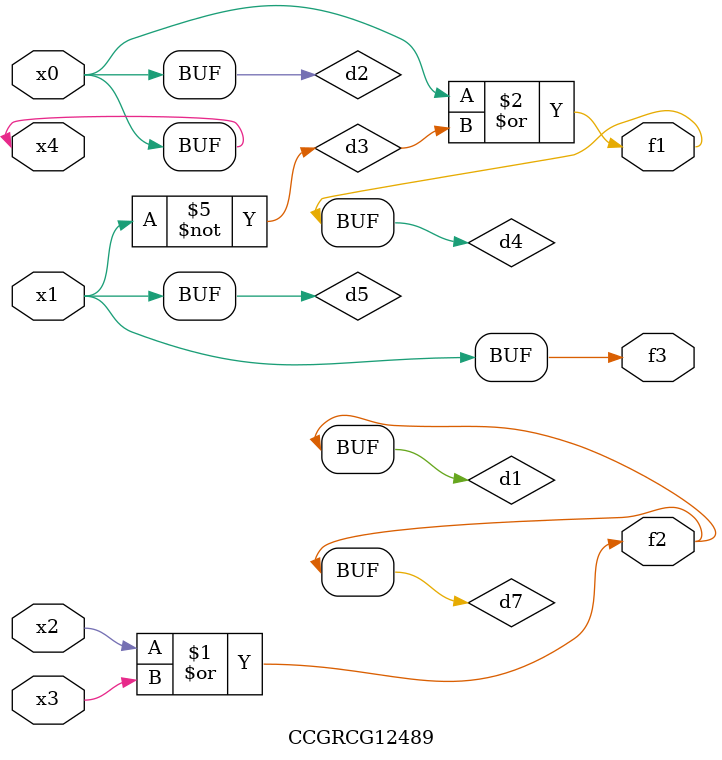
<source format=v>
module CCGRCG12489(
	input x0, x1, x2, x3, x4,
	output f1, f2, f3
);

	wire d1, d2, d3, d4, d5, d6, d7;

	or (d1, x2, x3);
	buf (d2, x0, x4);
	not (d3, x1);
	or (d4, d2, d3);
	not (d5, d3);
	nand (d6, d1, d3);
	or (d7, d1);
	assign f1 = d4;
	assign f2 = d7;
	assign f3 = d5;
endmodule

</source>
